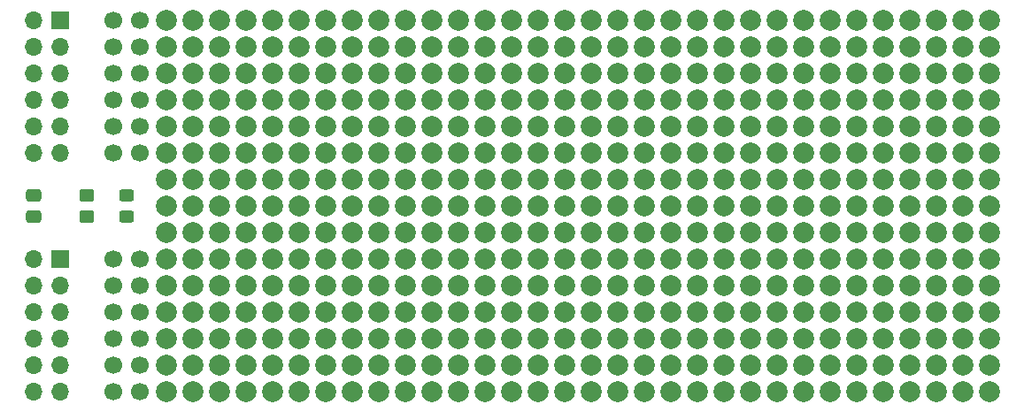
<source format=gts>
G04 #@! TF.GenerationSoftware,KiCad,Pcbnew,(6.0.9)*
G04 #@! TF.CreationDate,2022-11-21T20:36:18+01:00*
G04 #@! TF.ProjectId,PMOD proto board,504d4f44-2070-4726-9f74-6f20626f6172,V1.0*
G04 #@! TF.SameCoordinates,Original*
G04 #@! TF.FileFunction,Soldermask,Top*
G04 #@! TF.FilePolarity,Negative*
%FSLAX46Y46*%
G04 Gerber Fmt 4.6, Leading zero omitted, Abs format (unit mm)*
G04 Created by KiCad (PCBNEW (6.0.9)) date 2022-11-21 20:36:18*
%MOMM*%
%LPD*%
G01*
G04 APERTURE LIST*
G04 Aperture macros list*
%AMRoundRect*
0 Rectangle with rounded corners*
0 $1 Rounding radius*
0 $2 $3 $4 $5 $6 $7 $8 $9 X,Y pos of 4 corners*
0 Add a 4 corners polygon primitive as box body*
4,1,4,$2,$3,$4,$5,$6,$7,$8,$9,$2,$3,0*
0 Add four circle primitives for the rounded corners*
1,1,$1+$1,$2,$3*
1,1,$1+$1,$4,$5*
1,1,$1+$1,$6,$7*
1,1,$1+$1,$8,$9*
0 Add four rect primitives between the rounded corners*
20,1,$1+$1,$2,$3,$4,$5,0*
20,1,$1+$1,$4,$5,$6,$7,0*
20,1,$1+$1,$6,$7,$8,$9,0*
20,1,$1+$1,$8,$9,$2,$3,0*%
G04 Aperture macros list end*
%ADD10RoundRect,0.250000X0.450000X-0.350000X0.450000X0.350000X-0.450000X0.350000X-0.450000X-0.350000X0*%
%ADD11RoundRect,0.250000X-0.450000X0.325000X-0.450000X-0.325000X0.450000X-0.325000X0.450000X0.325000X0*%
%ADD12RoundRect,0.250000X0.475000X-0.337500X0.475000X0.337500X-0.475000X0.337500X-0.475000X-0.337500X0*%
%ADD13C,1.700000*%
%ADD14C,2.000000*%
%ADD15R,1.700000X1.700000*%
%ADD16O,1.700000X1.700000*%
G04 APERTURE END LIST*
D10*
X177800000Y-128000000D03*
X177800000Y-126000000D03*
D11*
X181625000Y-125975000D03*
X181625000Y-128025000D03*
D12*
X172720000Y-128037500D03*
X172720000Y-125962500D03*
D13*
X180340000Y-142240000D03*
X180340000Y-144780000D03*
X182880000Y-142240000D03*
X182880000Y-144780000D03*
D14*
X256540000Y-139700000D03*
X264160000Y-139700000D03*
X254000000Y-139700000D03*
X259080000Y-139700000D03*
X241300000Y-139700000D03*
X248920000Y-139700000D03*
X223520000Y-139700000D03*
X261620000Y-139700000D03*
X246380000Y-139700000D03*
X251460000Y-139700000D03*
X233680000Y-139700000D03*
X228600000Y-139700000D03*
X236220000Y-139700000D03*
X238760000Y-139700000D03*
X231140000Y-139700000D03*
X218440000Y-139700000D03*
X210820000Y-139700000D03*
X220980000Y-139700000D03*
X215900000Y-139700000D03*
X203200000Y-139700000D03*
X213360000Y-139700000D03*
X243840000Y-139700000D03*
X205740000Y-139700000D03*
X200660000Y-139700000D03*
X195580000Y-139700000D03*
X226060000Y-139700000D03*
X198120000Y-139700000D03*
X208280000Y-139700000D03*
X228600000Y-142240000D03*
X193040000Y-139700000D03*
X223520000Y-142240000D03*
X190500000Y-139700000D03*
X261620000Y-142240000D03*
X251460000Y-142240000D03*
X254000000Y-142240000D03*
X233680000Y-142240000D03*
X226060000Y-142240000D03*
X220980000Y-142240000D03*
X238760000Y-142240000D03*
X259080000Y-142240000D03*
X241300000Y-142240000D03*
X218440000Y-142240000D03*
X187960000Y-142240000D03*
X200660000Y-142240000D03*
X231140000Y-142240000D03*
X251460000Y-144780000D03*
X193040000Y-142240000D03*
X213360000Y-142240000D03*
X264160000Y-144780000D03*
X233680000Y-144780000D03*
X236220000Y-142240000D03*
X259080000Y-144780000D03*
X205740000Y-142240000D03*
X195580000Y-142240000D03*
X256540000Y-144780000D03*
X215900000Y-142240000D03*
X246380000Y-144780000D03*
X190500000Y-142240000D03*
X185420000Y-142240000D03*
X210820000Y-142240000D03*
X218440000Y-144780000D03*
X198120000Y-142240000D03*
X203200000Y-142240000D03*
X198120000Y-144780000D03*
X243840000Y-142240000D03*
X236220000Y-144780000D03*
X195580000Y-144780000D03*
X210820000Y-144780000D03*
X228600000Y-144780000D03*
X223520000Y-144780000D03*
X208280000Y-144780000D03*
X254000000Y-144780000D03*
X231140000Y-144780000D03*
X208280000Y-142240000D03*
X203200000Y-144780000D03*
X220980000Y-144780000D03*
X226060000Y-144780000D03*
X200660000Y-144780000D03*
X215900000Y-144780000D03*
X248920000Y-142240000D03*
X261620000Y-144780000D03*
X205740000Y-144780000D03*
X238760000Y-144780000D03*
X248920000Y-144780000D03*
X246380000Y-142240000D03*
X241300000Y-144780000D03*
X264160000Y-142240000D03*
X213360000Y-144780000D03*
X185420000Y-139700000D03*
X193040000Y-144780000D03*
X190500000Y-144780000D03*
X185420000Y-144780000D03*
X256540000Y-142240000D03*
X187960000Y-139700000D03*
X243840000Y-144780000D03*
X187960000Y-144780000D03*
X259080000Y-129540000D03*
X251460000Y-129540000D03*
X254000000Y-129540000D03*
X241300000Y-129540000D03*
X233680000Y-129540000D03*
X261620000Y-129540000D03*
X228600000Y-129540000D03*
X223520000Y-129540000D03*
X190500000Y-129540000D03*
X238760000Y-129540000D03*
X256540000Y-132080000D03*
X226060000Y-129540000D03*
X218440000Y-129540000D03*
X210820000Y-129540000D03*
X215900000Y-129540000D03*
X264160000Y-132080000D03*
X213360000Y-129540000D03*
X195580000Y-129540000D03*
X243840000Y-129540000D03*
X220980000Y-129540000D03*
X187960000Y-129540000D03*
X203200000Y-129540000D03*
X200660000Y-129540000D03*
X185420000Y-129540000D03*
X205740000Y-129540000D03*
X193040000Y-129540000D03*
X231140000Y-129540000D03*
X198120000Y-129540000D03*
X236220000Y-129540000D03*
X208280000Y-129540000D03*
X246380000Y-132080000D03*
X248920000Y-132080000D03*
X259080000Y-132080000D03*
X254000000Y-132080000D03*
X251460000Y-132080000D03*
X261620000Y-132080000D03*
X241300000Y-132080000D03*
X233680000Y-132080000D03*
X228600000Y-132080000D03*
X236220000Y-132080000D03*
X223520000Y-132080000D03*
X238760000Y-132080000D03*
X231140000Y-132080000D03*
X226060000Y-132080000D03*
X218440000Y-132080000D03*
X220980000Y-132080000D03*
X210820000Y-132080000D03*
X203200000Y-132080000D03*
X198120000Y-132080000D03*
X243840000Y-132080000D03*
X205740000Y-132080000D03*
X215900000Y-132080000D03*
X208280000Y-132080000D03*
X213360000Y-132080000D03*
X200660000Y-132080000D03*
X195580000Y-132080000D03*
X218440000Y-124460000D03*
X210820000Y-124460000D03*
X198120000Y-124460000D03*
X259080000Y-124460000D03*
X254000000Y-124460000D03*
X233680000Y-124460000D03*
X251460000Y-124460000D03*
X243840000Y-124460000D03*
X261620000Y-124460000D03*
X205740000Y-124460000D03*
X241300000Y-124460000D03*
X220980000Y-124460000D03*
X238760000Y-124460000D03*
X228600000Y-124460000D03*
X203200000Y-124460000D03*
X236220000Y-124460000D03*
X231140000Y-124460000D03*
X223520000Y-124460000D03*
X226060000Y-124460000D03*
X208280000Y-124460000D03*
X193040000Y-124460000D03*
X241300000Y-127000000D03*
X187960000Y-124460000D03*
X264160000Y-127000000D03*
X259080000Y-127000000D03*
X190500000Y-124460000D03*
X223520000Y-127000000D03*
X233680000Y-127000000D03*
X213360000Y-124460000D03*
X236220000Y-127000000D03*
X248920000Y-127000000D03*
X228600000Y-127000000D03*
X246380000Y-127000000D03*
X200660000Y-124460000D03*
X185420000Y-124460000D03*
X251460000Y-127000000D03*
X195580000Y-124460000D03*
X254000000Y-127000000D03*
X256540000Y-127000000D03*
X261620000Y-127000000D03*
X215900000Y-124460000D03*
X231140000Y-127000000D03*
X210820000Y-127000000D03*
X190500000Y-127000000D03*
X264160000Y-129540000D03*
X215900000Y-127000000D03*
X213360000Y-127000000D03*
X195580000Y-127000000D03*
X193040000Y-127000000D03*
X200660000Y-127000000D03*
X246380000Y-129540000D03*
X203200000Y-127000000D03*
X185420000Y-127000000D03*
X208280000Y-127000000D03*
X205740000Y-127000000D03*
X187960000Y-127000000D03*
X248920000Y-129540000D03*
X243840000Y-127000000D03*
X256540000Y-129540000D03*
X226060000Y-127000000D03*
X218440000Y-127000000D03*
X220980000Y-127000000D03*
X238760000Y-127000000D03*
X198120000Y-127000000D03*
X190500000Y-132080000D03*
X193040000Y-132080000D03*
X261620000Y-134620000D03*
X228600000Y-134620000D03*
X223520000Y-134620000D03*
X256540000Y-137160000D03*
X251460000Y-134620000D03*
X254000000Y-134620000D03*
X233680000Y-134620000D03*
X190500000Y-134620000D03*
X226060000Y-134620000D03*
X220980000Y-134620000D03*
X215900000Y-134620000D03*
X210820000Y-134620000D03*
X259080000Y-134620000D03*
X241300000Y-134620000D03*
X238760000Y-134620000D03*
X218440000Y-134620000D03*
X187960000Y-134620000D03*
X213360000Y-134620000D03*
X264160000Y-137160000D03*
X243840000Y-134620000D03*
X195580000Y-134620000D03*
X236220000Y-134620000D03*
X185420000Y-134620000D03*
X203200000Y-134620000D03*
X200660000Y-134620000D03*
X205740000Y-134620000D03*
X193040000Y-134620000D03*
X231140000Y-134620000D03*
X198120000Y-134620000D03*
X246380000Y-137160000D03*
X259080000Y-137160000D03*
X233680000Y-137160000D03*
X218440000Y-137160000D03*
X251460000Y-137160000D03*
X198120000Y-137160000D03*
X236220000Y-137160000D03*
X195580000Y-137160000D03*
X215900000Y-137160000D03*
X261620000Y-137160000D03*
X210820000Y-137160000D03*
X228600000Y-137160000D03*
X223520000Y-137160000D03*
X205740000Y-137160000D03*
X241300000Y-137160000D03*
X208280000Y-137160000D03*
X264160000Y-134620000D03*
X248920000Y-134620000D03*
X238760000Y-137160000D03*
X231140000Y-137160000D03*
X200660000Y-137160000D03*
X208280000Y-134620000D03*
X248920000Y-137160000D03*
X254000000Y-137160000D03*
X226060000Y-137160000D03*
X220980000Y-137160000D03*
X203200000Y-137160000D03*
X243840000Y-137160000D03*
X213360000Y-137160000D03*
X246380000Y-134620000D03*
X193040000Y-137160000D03*
X190500000Y-137160000D03*
X185420000Y-137160000D03*
X187960000Y-137160000D03*
X248920000Y-124460000D03*
X256540000Y-124460000D03*
X264160000Y-124460000D03*
X246380000Y-124460000D03*
X256540000Y-134620000D03*
X185420000Y-132080000D03*
X187960000Y-132080000D03*
D13*
X180340000Y-139700000D03*
X180340000Y-137160000D03*
X180340000Y-134620000D03*
X180340000Y-132080000D03*
X182880000Y-132080000D03*
X182880000Y-134620000D03*
X182880000Y-137160000D03*
X182880000Y-139700000D03*
D15*
X175260000Y-132080000D03*
D16*
X175260000Y-134620000D03*
X175260000Y-137160000D03*
X175260000Y-139700000D03*
X175260000Y-142240000D03*
X175260000Y-144780000D03*
X172720000Y-132080000D03*
X172720000Y-134620000D03*
X172720000Y-137160000D03*
X172720000Y-139700000D03*
X172720000Y-142240000D03*
X172720000Y-144780000D03*
D14*
X259080000Y-119380000D03*
X251460000Y-119380000D03*
X254000000Y-119380000D03*
X241300000Y-119380000D03*
X233680000Y-119380000D03*
X261620000Y-119380000D03*
X228600000Y-119380000D03*
X223520000Y-119380000D03*
X190500000Y-119380000D03*
X238760000Y-119380000D03*
X256540000Y-121920000D03*
X226060000Y-119380000D03*
X218440000Y-119380000D03*
X210820000Y-119380000D03*
X215900000Y-119380000D03*
X264160000Y-121920000D03*
X213360000Y-119380000D03*
X195580000Y-119380000D03*
X243840000Y-119380000D03*
X220980000Y-119380000D03*
X187960000Y-119380000D03*
X203200000Y-119380000D03*
X200660000Y-119380000D03*
X185420000Y-119380000D03*
X205740000Y-119380000D03*
X193040000Y-119380000D03*
X231140000Y-119380000D03*
X198120000Y-119380000D03*
X236220000Y-119380000D03*
X208280000Y-119380000D03*
X246380000Y-121920000D03*
X248920000Y-121920000D03*
X259080000Y-121920000D03*
X254000000Y-121920000D03*
X251460000Y-121920000D03*
X261620000Y-121920000D03*
X241300000Y-121920000D03*
X233680000Y-121920000D03*
X228600000Y-121920000D03*
X236220000Y-121920000D03*
X223520000Y-121920000D03*
X238760000Y-121920000D03*
X231140000Y-121920000D03*
X226060000Y-121920000D03*
X218440000Y-121920000D03*
X220980000Y-121920000D03*
X210820000Y-121920000D03*
X203200000Y-121920000D03*
X198120000Y-121920000D03*
X243840000Y-121920000D03*
X205740000Y-121920000D03*
X215900000Y-121920000D03*
X208280000Y-121920000D03*
X213360000Y-121920000D03*
X200660000Y-121920000D03*
X195580000Y-121920000D03*
X264160000Y-119380000D03*
X246380000Y-119380000D03*
X248920000Y-119380000D03*
X256540000Y-119380000D03*
X190500000Y-121920000D03*
X193040000Y-121920000D03*
X185420000Y-121920000D03*
X187960000Y-121920000D03*
D13*
X180340000Y-121920000D03*
X182880000Y-121920000D03*
X180340000Y-119380000D03*
X182880000Y-119380000D03*
D14*
X256540000Y-109220000D03*
X264160000Y-109220000D03*
X246380000Y-109220000D03*
X248920000Y-109220000D03*
X259080000Y-109220000D03*
X254000000Y-109220000D03*
X251460000Y-109220000D03*
X261620000Y-109220000D03*
X241300000Y-109220000D03*
X233680000Y-109220000D03*
X228600000Y-109220000D03*
X236220000Y-109220000D03*
X223520000Y-109220000D03*
X238760000Y-109220000D03*
X231140000Y-109220000D03*
X226060000Y-109220000D03*
X218440000Y-109220000D03*
X220980000Y-109220000D03*
X210820000Y-109220000D03*
X203200000Y-109220000D03*
X198120000Y-109220000D03*
X243840000Y-109220000D03*
X205740000Y-109220000D03*
X215900000Y-109220000D03*
X208280000Y-109220000D03*
X213360000Y-109220000D03*
X200660000Y-109220000D03*
X195580000Y-109220000D03*
X190500000Y-109220000D03*
X193040000Y-109220000D03*
X185420000Y-109220000D03*
X187960000Y-109220000D03*
X256540000Y-111760000D03*
X264160000Y-111760000D03*
X246380000Y-111760000D03*
X248920000Y-111760000D03*
X259080000Y-111760000D03*
X254000000Y-111760000D03*
X251460000Y-111760000D03*
X261620000Y-111760000D03*
X241300000Y-111760000D03*
X233680000Y-111760000D03*
X228600000Y-111760000D03*
X236220000Y-111760000D03*
X223520000Y-111760000D03*
X238760000Y-111760000D03*
X231140000Y-111760000D03*
X226060000Y-111760000D03*
X218440000Y-111760000D03*
X220980000Y-111760000D03*
X210820000Y-111760000D03*
X203200000Y-111760000D03*
X198120000Y-111760000D03*
X243840000Y-111760000D03*
X205740000Y-111760000D03*
X215900000Y-111760000D03*
X208280000Y-111760000D03*
X213360000Y-111760000D03*
X200660000Y-111760000D03*
X195580000Y-111760000D03*
X190500000Y-111760000D03*
X193040000Y-111760000D03*
X185420000Y-111760000D03*
X187960000Y-111760000D03*
X256540000Y-114300000D03*
X264160000Y-114300000D03*
X246380000Y-114300000D03*
X248920000Y-114300000D03*
X259080000Y-114300000D03*
X254000000Y-114300000D03*
X251460000Y-114300000D03*
X261620000Y-114300000D03*
X241300000Y-114300000D03*
X233680000Y-114300000D03*
X228600000Y-114300000D03*
X236220000Y-114300000D03*
X223520000Y-114300000D03*
X238760000Y-114300000D03*
X231140000Y-114300000D03*
X226060000Y-114300000D03*
X218440000Y-114300000D03*
X220980000Y-114300000D03*
X210820000Y-114300000D03*
X203200000Y-114300000D03*
X198120000Y-114300000D03*
X243840000Y-114300000D03*
X205740000Y-114300000D03*
X215900000Y-114300000D03*
X208280000Y-114300000D03*
X213360000Y-114300000D03*
X200660000Y-114300000D03*
X195580000Y-114300000D03*
X190500000Y-114300000D03*
X193040000Y-114300000D03*
X185420000Y-114300000D03*
X187960000Y-114300000D03*
X264160000Y-116840000D03*
X256540000Y-116840000D03*
X251460000Y-116840000D03*
X259080000Y-116840000D03*
X246380000Y-116840000D03*
X261620000Y-116840000D03*
X254000000Y-116840000D03*
X248920000Y-116840000D03*
X241300000Y-116840000D03*
X233680000Y-116840000D03*
X228600000Y-116840000D03*
X236220000Y-116840000D03*
X238760000Y-116840000D03*
X243840000Y-116840000D03*
X231140000Y-116840000D03*
X226060000Y-116840000D03*
X220980000Y-116840000D03*
X223520000Y-116840000D03*
X215900000Y-116840000D03*
X218440000Y-116840000D03*
X213360000Y-116840000D03*
X208280000Y-116840000D03*
X210820000Y-116840000D03*
X205740000Y-116840000D03*
X200660000Y-116840000D03*
X203200000Y-116840000D03*
X195580000Y-116840000D03*
X198120000Y-116840000D03*
X190500000Y-116840000D03*
X193040000Y-116840000D03*
D13*
X180340000Y-116840000D03*
X180340000Y-114300000D03*
X180340000Y-111760000D03*
X180340000Y-109220000D03*
X182880000Y-109220000D03*
X182880000Y-111760000D03*
X182880000Y-114300000D03*
X182880000Y-116840000D03*
D14*
X187960000Y-116840000D03*
X185420000Y-116840000D03*
D15*
X175260000Y-109220000D03*
D16*
X175260000Y-111760000D03*
X175260000Y-114300000D03*
X175260000Y-116840000D03*
X175260000Y-119380000D03*
X175260000Y-121920000D03*
X172720000Y-109220000D03*
X172720000Y-111760000D03*
X172720000Y-114300000D03*
X172720000Y-116840000D03*
X172720000Y-119380000D03*
X172720000Y-121920000D03*
M02*

</source>
